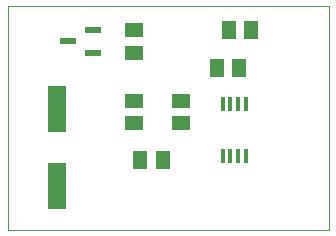
<source format=gtp>
G75*
%MOIN*%
%OFA0B0*%
%FSLAX24Y24*%
%IPPOS*%
%LPD*%
%AMOC8*
5,1,8,0,0,1.08239X$1,22.5*
%
%ADD10C,0.0000*%
%ADD11R,0.0177X0.0472*%
%ADD12R,0.0520X0.0220*%
%ADD13R,0.0520X0.0200*%
%ADD14R,0.0591X0.0512*%
%ADD15R,0.0512X0.0591*%
%ADD16R,0.0630X0.1575*%
D10*
X000100Y000100D02*
X000100Y007588D01*
X010785Y007588D01*
X010785Y000100D01*
X000100Y000100D01*
D11*
X007252Y002590D03*
X007507Y002590D03*
X007763Y002590D03*
X008019Y002590D03*
X008019Y004303D03*
X007763Y004303D03*
X007507Y004303D03*
X007252Y004303D03*
D12*
X002947Y006029D03*
X002947Y006769D03*
D13*
X002087Y006399D03*
D14*
X004289Y006025D03*
X004289Y006773D03*
X004289Y004411D03*
X004289Y003663D03*
X005864Y003663D03*
X005864Y004411D03*
D15*
X007065Y005513D03*
X007813Y005513D03*
X007458Y006793D03*
X008206Y006793D03*
X005254Y002462D03*
X004506Y002462D03*
D16*
X001730Y001576D03*
X001730Y004135D03*
M02*

</source>
